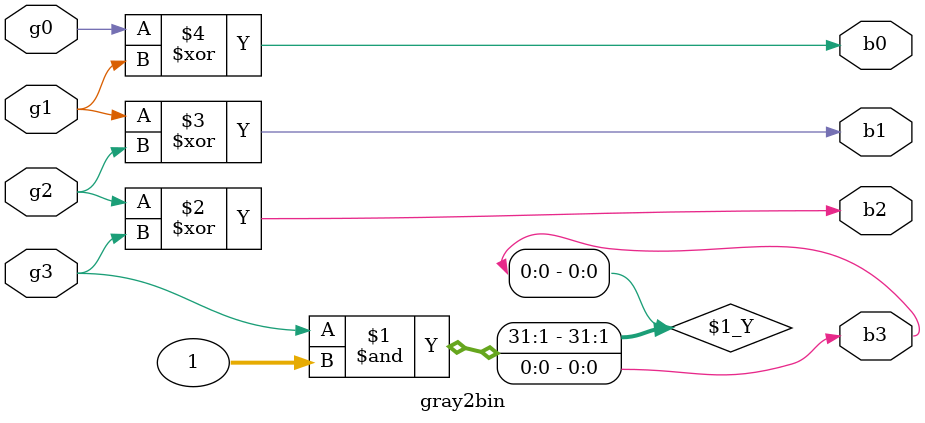
<source format=v>

module gray2bin(g3,g2,g1,g0,b3,b2,b1,b0);
    input g3,g2,g1,g0;
    output b3,b2,b1,b0;
    and a1(b3,g3,1); 
    xor a2(b2,g2,g3);
    xor a3(b1,g1,g2);
    xor a4(b0,g0,g1);
   
endmodule

</source>
